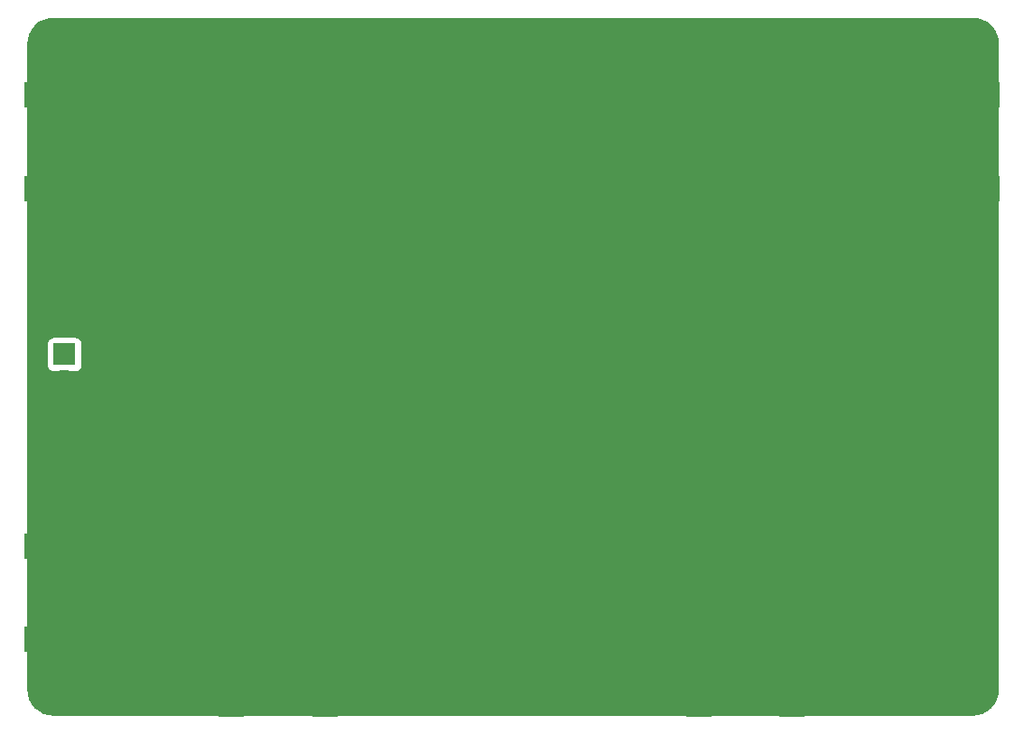
<source format=gbr>
%TF.GenerationSoftware,KiCad,Pcbnew,(5.1.6-0-10_14)*%
%TF.CreationDate,2021-11-24T09:42:12-06:00*%
%TF.ProjectId,EE514 Board (JLC),45453531-3420-4426-9f61-726420284a4c,rev?*%
%TF.SameCoordinates,Original*%
%TF.FileFunction,Copper,L4,Bot*%
%TF.FilePolarity,Positive*%
%FSLAX46Y46*%
G04 Gerber Fmt 4.6, Leading zero omitted, Abs format (unit mm)*
G04 Created by KiCad (PCBNEW (5.1.6-0-10_14)) date 2021-11-24 09:42:12*
%MOMM*%
%LPD*%
G01*
G04 APERTURE LIST*
%TA.AperFunction,Conductor*%
%ADD10R,0.950000X0.460000*%
%TD*%
%TA.AperFunction,ViaPad*%
%ADD11C,0.970000*%
%TD*%
%TA.AperFunction,SMDPad,CuDef*%
%ADD12R,5.080000X2.420000*%
%TD*%
%TA.AperFunction,SMDPad,CuDef*%
%ADD13R,2.420000X5.080000*%
%TD*%
%TA.AperFunction,Conductor*%
%ADD14R,0.460000X0.950000*%
%TD*%
%TA.AperFunction,ComponentPad*%
%ADD15C,2.100000*%
%TD*%
%TA.AperFunction,ComponentPad*%
%ADD16R,2.100000X2.100000*%
%TD*%
%TA.AperFunction,ViaPad*%
%ADD17C,0.800000*%
%TD*%
%TA.AperFunction,Conductor*%
%ADD18C,0.254000*%
%TD*%
G04 APERTURE END LIST*
D10*
%TO.N,GND*%
%TO.C,J102*%
X112533000Y-84136000D03*
X112533000Y-75376000D03*
D11*
X112983000Y-84136000D03*
X112983000Y-75376000D03*
D12*
%TD*%
%TO.P,J102,2*%
%TO.N,GND*%
X109543000Y-84136000D03*
%TO.P,J102,2*%
%TO.N,GND*%
X109543000Y-75376000D03*
%TD*%
D13*
%TO.P,J106,2*%
%TO.N,GND*%
X170245000Y-131133000D03*
X179005000Y-131133000D03*
D11*
%TD*%
%TO.N,GND*%
%TO.C,J106*%
X170245000Y-127693000D03*
%TO.N,GND*%
%TO.C,J106*%
X179005000Y-127693000D03*
D14*
X170245000Y-128143000D03*
X179005000Y-128143000D03*
%TD*%
%TO.N,GND*%
%TO.C,J105*%
X135190000Y-128143000D03*
X126430000Y-128143000D03*
D11*
X135190000Y-127693000D03*
X126430000Y-127693000D03*
D13*
%TD*%
%TO.P,J105,2*%
%TO.N,GND*%
X135190000Y-131133000D03*
%TO.P,J105,2*%
%TO.N,GND*%
X126430000Y-131133000D03*
%TD*%
D10*
%TO.N,GND*%
%TO.C,J104*%
X192913000Y-75376000D03*
X192913000Y-84136000D03*
D11*
X192463000Y-75376000D03*
X192463000Y-84136000D03*
D12*
%TD*%
%TO.P,J104,2*%
%TO.N,GND*%
X195903000Y-75376000D03*
%TO.P,J104,2*%
%TO.N,GND*%
X195903000Y-84136000D03*
%TD*%
%TO.P,J103,2*%
%TO.N,GND*%
X109543000Y-117667000D03*
X109543000Y-126427000D03*
D11*
%TD*%
%TO.N,GND*%
%TO.C,J103*%
X112983000Y-117667000D03*
%TO.N,GND*%
%TO.C,J103*%
X112983000Y-126427000D03*
D10*
X112533000Y-117667000D03*
X112533000Y-126427000D03*
%TD*%
D15*
%TO.P,J101,2*%
%TO.N,GND*%
X110744000Y-102235000D03*
D16*
%TO.P,J101,1*%
%TO.N,+5V*%
X110744000Y-99695000D03*
%TD*%
D17*
%TO.N,GND*%
X118745000Y-132080000D03*
X121412000Y-132080000D03*
X123952000Y-132080000D03*
X136271000Y-132080000D03*
X146304000Y-132080000D03*
X138811000Y-132080000D03*
X141478000Y-132080000D03*
X144018000Y-132080000D03*
X156337000Y-132080000D03*
X148844000Y-132080000D03*
X151511000Y-132080000D03*
X154051000Y-132080000D03*
X166370000Y-132080000D03*
X158877000Y-132080000D03*
X161544000Y-132080000D03*
X164084000Y-132080000D03*
X168910000Y-132080000D03*
X186436000Y-132080000D03*
X181610000Y-132080000D03*
X184150000Y-132080000D03*
X188976000Y-132080000D03*
X191643000Y-132080000D03*
X194183000Y-132080000D03*
X181610000Y-69596000D03*
X184150000Y-69596000D03*
X186436000Y-69596000D03*
X128778000Y-69596000D03*
X118745000Y-69596000D03*
X158877000Y-69596000D03*
X164084000Y-69596000D03*
X123952000Y-69596000D03*
X166370000Y-69596000D03*
X161544000Y-69596000D03*
X121412000Y-69596000D03*
X171577000Y-69596000D03*
X148844000Y-69596000D03*
X176403000Y-69596000D03*
X154051000Y-69596000D03*
X168910000Y-69596000D03*
X151511000Y-69596000D03*
X156337000Y-69596000D03*
X191643000Y-69596000D03*
X146304000Y-69596000D03*
X194183000Y-69596000D03*
X138811000Y-69596000D03*
X141478000Y-69596000D03*
X144018000Y-69596000D03*
X188976000Y-69596000D03*
X178943000Y-69596000D03*
X136271000Y-69596000D03*
X133985000Y-69596000D03*
X116205000Y-69596000D03*
X126238000Y-69596000D03*
X111379000Y-69596000D03*
X113919000Y-69596000D03*
X131445000Y-69596000D03*
X174117000Y-69596000D03*
X196850000Y-109474000D03*
X196850000Y-119507000D03*
X196850000Y-74168000D03*
X196850000Y-114300000D03*
X196850000Y-71882000D03*
X196850000Y-116840000D03*
X196850000Y-89408000D03*
X196850000Y-86741000D03*
X196850000Y-91948000D03*
X196850000Y-99441000D03*
X196850000Y-96774000D03*
X196850000Y-94234000D03*
X196850000Y-101981000D03*
X196850000Y-104267000D03*
X196850000Y-122047000D03*
X196850000Y-112014000D03*
X196850000Y-129540000D03*
X196850000Y-126873000D03*
X196850000Y-124333000D03*
X196850000Y-106807000D03*
X108712000Y-109474000D03*
X108712000Y-114300000D03*
X108712000Y-71882000D03*
X108712000Y-89408000D03*
X108712000Y-86741000D03*
X108712000Y-91948000D03*
X108712000Y-99441000D03*
X108712000Y-96774000D03*
X108712000Y-94234000D03*
X108712000Y-101981000D03*
X108712000Y-104267000D03*
X108712000Y-112014000D03*
X108712000Y-129540000D03*
X108712000Y-106807000D03*
X127939800Y-117449600D03*
X129971800Y-119735600D03*
X128727200Y-121589800D03*
X127177800Y-121589800D03*
X127000000Y-123012200D03*
X131775200Y-116433600D03*
X165379400Y-115062000D03*
X168148000Y-119227600D03*
X177292000Y-122301000D03*
X177215800Y-117856000D03*
X178308000Y-116840000D03*
X167233600Y-106908600D03*
X174828200Y-101396800D03*
X176149000Y-100025200D03*
X177393600Y-106654600D03*
X123190000Y-106832400D03*
X130759200Y-101371400D03*
X132105400Y-99949000D03*
X133350000Y-106578400D03*
X111379000Y-132080000D03*
X113919000Y-132080000D03*
X116205000Y-132080000D03*
%TD*%
D18*
%TO.N,GND*%
G36*
X196297216Y-68272584D02*
G01*
X196742793Y-68407112D01*
X197153746Y-68625620D01*
X197514434Y-68919788D01*
X197811119Y-69278419D01*
X198032491Y-69687838D01*
X198170126Y-70132465D01*
X198222000Y-70626011D01*
X198222001Y-131031711D01*
X198173416Y-131527216D01*
X198038890Y-131972790D01*
X197820382Y-132383745D01*
X197526209Y-132744436D01*
X197167581Y-133041119D01*
X196758162Y-133262491D01*
X196313535Y-133400126D01*
X195819990Y-133452000D01*
X109760279Y-133452000D01*
X109264784Y-133403416D01*
X108819210Y-133268890D01*
X108408255Y-133050382D01*
X108047564Y-132756209D01*
X107750881Y-132397581D01*
X107529509Y-131988162D01*
X107391874Y-131543535D01*
X107340000Y-131049990D01*
X107340000Y-98645000D01*
X109055928Y-98645000D01*
X109055928Y-100745000D01*
X109068188Y-100869482D01*
X109104498Y-100989180D01*
X109163463Y-101099494D01*
X109242815Y-101196185D01*
X109339506Y-101275537D01*
X109449820Y-101334502D01*
X109569518Y-101370812D01*
X109694000Y-101383072D01*
X111794000Y-101383072D01*
X111918482Y-101370812D01*
X112038180Y-101334502D01*
X112148494Y-101275537D01*
X112245185Y-101196185D01*
X112324537Y-101099494D01*
X112383502Y-100989180D01*
X112419812Y-100869482D01*
X112432072Y-100745000D01*
X112432072Y-98645000D01*
X112419812Y-98520518D01*
X112383502Y-98400820D01*
X112324537Y-98290506D01*
X112245185Y-98193815D01*
X112148494Y-98114463D01*
X112038180Y-98055498D01*
X111918482Y-98019188D01*
X111794000Y-98006928D01*
X109694000Y-98006928D01*
X109569518Y-98019188D01*
X109449820Y-98055498D01*
X109339506Y-98114463D01*
X109242815Y-98193815D01*
X109163463Y-98290506D01*
X109104498Y-98400820D01*
X109068188Y-98520518D01*
X109055928Y-98645000D01*
X107340000Y-98645000D01*
X107340000Y-70644279D01*
X107388584Y-70148784D01*
X107523112Y-69703207D01*
X107741620Y-69292254D01*
X108035788Y-68931566D01*
X108394419Y-68634881D01*
X108803838Y-68413509D01*
X109248465Y-68275874D01*
X109742011Y-68224000D01*
X195801721Y-68224000D01*
X196297216Y-68272584D01*
G37*
X196297216Y-68272584D02*
X196742793Y-68407112D01*
X197153746Y-68625620D01*
X197514434Y-68919788D01*
X197811119Y-69278419D01*
X198032491Y-69687838D01*
X198170126Y-70132465D01*
X198222000Y-70626011D01*
X198222001Y-131031711D01*
X198173416Y-131527216D01*
X198038890Y-131972790D01*
X197820382Y-132383745D01*
X197526209Y-132744436D01*
X197167581Y-133041119D01*
X196758162Y-133262491D01*
X196313535Y-133400126D01*
X195819990Y-133452000D01*
X109760279Y-133452000D01*
X109264784Y-133403416D01*
X108819210Y-133268890D01*
X108408255Y-133050382D01*
X108047564Y-132756209D01*
X107750881Y-132397581D01*
X107529509Y-131988162D01*
X107391874Y-131543535D01*
X107340000Y-131049990D01*
X107340000Y-98645000D01*
X109055928Y-98645000D01*
X109055928Y-100745000D01*
X109068188Y-100869482D01*
X109104498Y-100989180D01*
X109163463Y-101099494D01*
X109242815Y-101196185D01*
X109339506Y-101275537D01*
X109449820Y-101334502D01*
X109569518Y-101370812D01*
X109694000Y-101383072D01*
X111794000Y-101383072D01*
X111918482Y-101370812D01*
X112038180Y-101334502D01*
X112148494Y-101275537D01*
X112245185Y-101196185D01*
X112324537Y-101099494D01*
X112383502Y-100989180D01*
X112419812Y-100869482D01*
X112432072Y-100745000D01*
X112432072Y-98645000D01*
X112419812Y-98520518D01*
X112383502Y-98400820D01*
X112324537Y-98290506D01*
X112245185Y-98193815D01*
X112148494Y-98114463D01*
X112038180Y-98055498D01*
X111918482Y-98019188D01*
X111794000Y-98006928D01*
X109694000Y-98006928D01*
X109569518Y-98019188D01*
X109449820Y-98055498D01*
X109339506Y-98114463D01*
X109242815Y-98193815D01*
X109163463Y-98290506D01*
X109104498Y-98400820D01*
X109068188Y-98520518D01*
X109055928Y-98645000D01*
X107340000Y-98645000D01*
X107340000Y-70644279D01*
X107388584Y-70148784D01*
X107523112Y-69703207D01*
X107741620Y-69292254D01*
X108035788Y-68931566D01*
X108394419Y-68634881D01*
X108803838Y-68413509D01*
X109248465Y-68275874D01*
X109742011Y-68224000D01*
X195801721Y-68224000D01*
X196297216Y-68272584D01*
%TD*%
M02*

</source>
